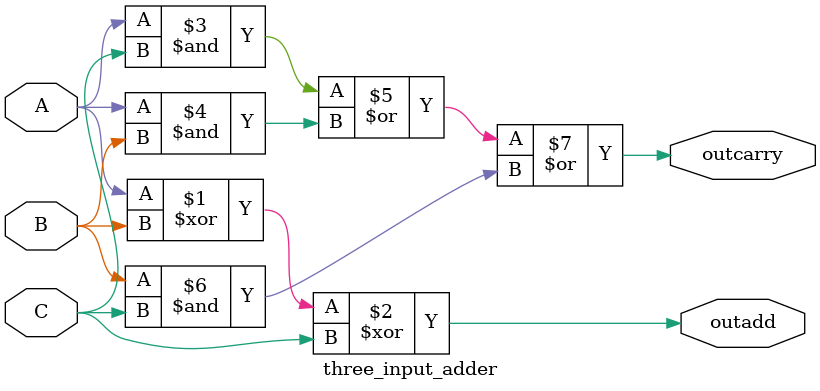
<source format=v>
`timescale 1ns / 1ps
module three_input_adder(
    input A,
    input B,
    input C,
 	 output outadd,
	 output outcarry
    );
	 

	assign outadd = (A ^ B) ^ C;
	assign outcarry = (A&C) | (A&B) | (B&C);

endmodule

</source>
